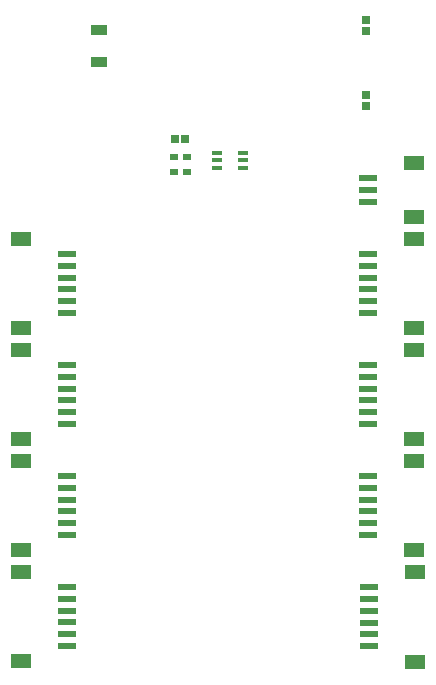
<source format=gtp>
G04*
G04 #@! TF.GenerationSoftware,Altium Limited,Altium Designer,21.8.1 (53)*
G04*
G04 Layer_Color=8421504*
%FSLAX25Y25*%
%MOIN*%
G70*
G04*
G04 #@! TF.SameCoordinates,1476896B-5F1A-493A-A4EA-86BB9D18E634*
G04*
G04*
G04 #@! TF.FilePolarity,Positive*
G04*
G01*
G75*
%ADD15R,0.05512X0.03543*%
%ADD16R,0.02520X0.02559*%
%ADD17R,0.06102X0.02362*%
%ADD18R,0.07087X0.04724*%
%ADD19R,0.03740X0.01772*%
%ADD20R,0.02559X0.02520*%
%ADD21R,0.02756X0.02362*%
D15*
X131000Y336315D02*
D03*
Y325685D02*
D03*
D16*
X220000Y336228D02*
D03*
Y339772D02*
D03*
Y314772D02*
D03*
Y311228D02*
D03*
D17*
X120256Y261803D02*
D03*
Y257866D02*
D03*
Y253929D02*
D03*
Y249992D02*
D03*
Y246055D02*
D03*
Y242118D02*
D03*
X220744Y261803D02*
D03*
Y257866D02*
D03*
Y253929D02*
D03*
Y249992D02*
D03*
Y246055D02*
D03*
Y242118D02*
D03*
X221000Y131063D02*
D03*
Y135000D02*
D03*
Y138937D02*
D03*
Y142874D02*
D03*
Y146811D02*
D03*
Y150748D02*
D03*
X220740Y279118D02*
D03*
Y283055D02*
D03*
Y286992D02*
D03*
X120256Y150803D02*
D03*
Y146866D02*
D03*
Y142929D02*
D03*
Y138992D02*
D03*
Y135055D02*
D03*
Y131118D02*
D03*
X220744Y205118D02*
D03*
Y209055D02*
D03*
Y212992D02*
D03*
Y216929D02*
D03*
Y220866D02*
D03*
Y224803D02*
D03*
X120256D02*
D03*
Y220866D02*
D03*
Y216929D02*
D03*
Y212992D02*
D03*
Y209055D02*
D03*
Y205118D02*
D03*
Y187803D02*
D03*
Y183866D02*
D03*
Y179929D02*
D03*
Y175992D02*
D03*
Y172055D02*
D03*
Y168118D02*
D03*
X220744D02*
D03*
Y172055D02*
D03*
Y175992D02*
D03*
Y179929D02*
D03*
Y183866D02*
D03*
Y187803D02*
D03*
D18*
X105000Y237000D02*
D03*
Y266921D02*
D03*
X236000Y237000D02*
D03*
Y266921D02*
D03*
X236256Y155866D02*
D03*
Y125945D02*
D03*
X236000Y274000D02*
D03*
Y292110D02*
D03*
X105000Y126000D02*
D03*
Y155921D02*
D03*
X236000Y229921D02*
D03*
Y200000D02*
D03*
X105000D02*
D03*
Y229921D02*
D03*
Y163000D02*
D03*
Y192921D02*
D03*
X236000D02*
D03*
Y163000D02*
D03*
D19*
X170339Y290441D02*
D03*
Y293000D02*
D03*
Y295559D02*
D03*
X179000D02*
D03*
Y293000D02*
D03*
Y290441D02*
D03*
D20*
X156228Y300000D02*
D03*
X159772D02*
D03*
D21*
X155835Y289000D02*
D03*
X160165D02*
D03*
X155835Y294000D02*
D03*
X160165D02*
D03*
M02*

</source>
